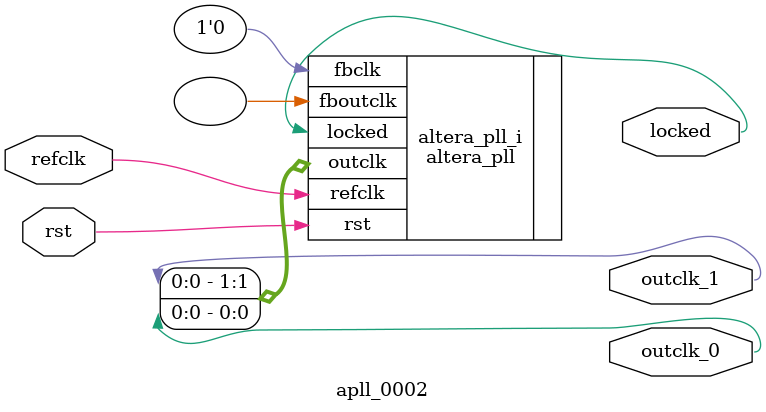
<source format=v>

`timescale 1ns/10ps
module  apll_0002(

	// interface 'refclk'
	input wire refclk,

	// interface 'reset'
	input wire rst,

	// interface 'outclk0'
	output wire outclk_0,

	// interface 'outclk1'
	output wire outclk_1,

	// interface 'locked'
	output wire locked
);

	altera_pll #(
		.fractional_vco_multiplier("false"),
		.reference_clock_frequency("50.0 MHz"),
		.operation_mode("direct"),
		.number_of_clocks(2),
		.output_clock_frequency0("1.791044 MHz"),
		.phase_shift0("0 ps"),
		.duty_cycle0(50),
		.output_clock_frequency1("0.895522 MHz"),
		.phase_shift1("0 ps"),
		.duty_cycle1(50),
		.output_clock_frequency2("0 MHz"),
		.phase_shift2("0 ps"),
		.duty_cycle2(50),
		.output_clock_frequency3("0 MHz"),
		.phase_shift3("0 ps"),
		.duty_cycle3(50),
		.output_clock_frequency4("0 MHz"),
		.phase_shift4("0 ps"),
		.duty_cycle4(50),
		.output_clock_frequency5("0 MHz"),
		.phase_shift5("0 ps"),
		.duty_cycle5(50),
		.output_clock_frequency6("0 MHz"),
		.phase_shift6("0 ps"),
		.duty_cycle6(50),
		.output_clock_frequency7("0 MHz"),
		.phase_shift7("0 ps"),
		.duty_cycle7(50),
		.output_clock_frequency8("0 MHz"),
		.phase_shift8("0 ps"),
		.duty_cycle8(50),
		.output_clock_frequency9("0 MHz"),
		.phase_shift9("0 ps"),
		.duty_cycle9(50),
		.output_clock_frequency10("0 MHz"),
		.phase_shift10("0 ps"),
		.duty_cycle10(50),
		.output_clock_frequency11("0 MHz"),
		.phase_shift11("0 ps"),
		.duty_cycle11(50),
		.output_clock_frequency12("0 MHz"),
		.phase_shift12("0 ps"),
		.duty_cycle12(50),
		.output_clock_frequency13("0 MHz"),
		.phase_shift13("0 ps"),
		.duty_cycle13(50),
		.output_clock_frequency14("0 MHz"),
		.phase_shift14("0 ps"),
		.duty_cycle14(50),
		.output_clock_frequency15("0 MHz"),
		.phase_shift15("0 ps"),
		.duty_cycle15(50),
		.output_clock_frequency16("0 MHz"),
		.phase_shift16("0 ps"),
		.duty_cycle16(50),
		.output_clock_frequency17("0 MHz"),
		.phase_shift17("0 ps"),
		.duty_cycle17(50),
		.pll_type("General"),
		.pll_subtype("General")
	) altera_pll_i (
		.rst	(rst),
		.outclk	({outclk_1, outclk_0}),
		.locked	(locked),
		.fboutclk	( ),
		.fbclk	(1'b0),
		.refclk	(refclk)
	);
endmodule


</source>
